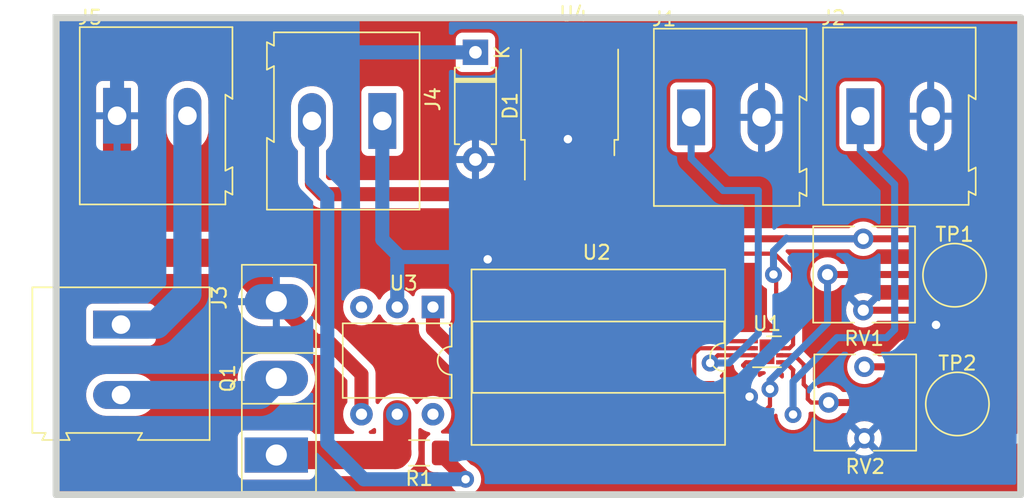
<source format=kicad_pcb>
(kicad_pcb (version 20221018) (generator pcbnew)
  (title_block (title "Logic Motor Driver") (date "2024-07-04") (rev "v0") (company "Drafted by Achmadi, S.T, M.T") (comment 1 "A simple test circuit to run motor using minimum logic"))
  (layers (0 "F.Cu" signal) (31 "B.Cu" signal) (34 "B.Paste" user) (35 "F.Paste" user) (36 "B.SilkS" user "B.Silkscreen") (37 "F.SilkS" user "F.Silkscreen") (38 "B.Mask" user) (39 "F.Mask" user) (44 "Edge.Cuts" user))
  (net 0 "")
  (net 1 "Net-(J1-Pin_1)")
  (net 2 "GND")
  (net 3 "Net-(J2-Pin_1)")
  (net 4 "MTRPWR")
  (net 5 "Net-(J3-Pin_2)")
  (net 6 "+15V")
  (net 7 "GNDPWR")
  (net 8 "Net-(Q1-G)")
  (net 9 "+5V")
  (net 10 "Net-(U1A--)")
  (net 11 "Net-(U1B--)")
  (net 12 "SEN1")
  (net 13 "SEN2")
  (net 14 "DRV1")
  (footprint "Package_DIP:DIP-14_W8.89mm_SMDSocket_LongPads" (layer "F.Cu") (at 106.8 73.665 -90)
    (fp_text reference "U2" (at -7.445 0.12) (layer "F.SilkS"))
    (fp_text value "4070")
    (fp_line (start -6.235 -9.01) (end -6.235 9.01) (stroke (width 0.12)) (layer "F.SilkS"))
    (fp_line (start -6.235 9.01) (end 6.235 9.01) (stroke (width 0.12)) (layer "F.SilkS"))
    (fp_line (start -2.535 -8.95) (end -2.535 8.95) (stroke (width 0.12)) (layer "F.SilkS"))
    (fp_line (start -2.535 8.95) (end 2.535 8.95) (stroke (width 0.12)) (layer "F.SilkS"))
    (fp_line (start -1 -8.95) (end -2.535 -8.95) (stroke (width 0.12)) (layer "F.SilkS"))
    (fp_line (start 2.535 -8.95) (end 1 -8.95) (stroke (width 0.12)) (layer "F.SilkS"))
    (fp_line (start 2.535 8.95) (end 2.535 -8.95) (stroke (width 0.12)) (layer "F.SilkS"))
    (fp_line (start 6.235 -9.01) (end -6.235 -9.01) (stroke (width 0.12)) (layer "F.SilkS"))
    (fp_line (start 6.235 9.01) (end 6.235 -9.01) (stroke (width 0.12)) (layer "F.SilkS"))
    (fp_arc (start 1 -8.95) (mid 0 -7.95) (end -1 -8.95) (stroke (width 0.12)) (layer "F.SilkS"))
    (pad "1" smd rect (at -4.445 -7.62 270) (size 3.1 1.6) (layers "F.Cu" "F.Paste" "F.Mask") (net 12 "SEN1"))
    (pad "2" smd rect (at -4.445 -5.08 270) (size 3.1 1.6) (layers "F.Cu" "F.Paste" "F.Mask") (net 13 "SEN2"))
    (pad "3" smd rect (at -4.445 -2.54 270) (size 3.1 1.6) (layers "F.Cu" "F.Paste" "F.Mask") (net 14 "DRV1"))
    (pad "4" smd rect (at -4.445 0 270) (size 3.1 1.6) (layers "F.Cu" "F.Paste" "F.Mask"))
    (pad "5" smd rect (at -4.445 2.54 270) (size 3.1 1.6) (layers "F.Cu" "F.Paste" "F.Mask"))
    (pad "6" smd rect (at -4.445 5.08 270) (size 3.1 1.6) (layers "F.Cu" "F.Paste" "F.Mask"))
    (pad "7" smd rect (at -4.445 7.62 270) (size 3.1 1.6) (layers "F.Cu" "F.Paste" "F.Mask") (net 2 "GND"))
    (pad "8" smd rect (at 4.445 7.62 270) (size 3.1 1.6) (layers "F.Cu" "F.Paste" "F.Mask"))
    (pad "9" smd rect (at 4.445 5.08 270) (size 3.1 1.6) (layers "F.Cu" "F.Paste" "F.Mask"))
    (pad "10" smd rect (at 4.445 2.54 270) (size 3.1 1.6) (layers "F.Cu" "F.Paste" "F.Mask"))
    (pad "11" smd rect (at 4.445 0 270) (size 3.1 1.6) (layers "F.Cu" "F.Paste" "F.Mask"))
    (pad "12" smd rect (at 4.445 -2.54 270) (size 3.1 1.6) (layers "F.Cu" "F.Paste" "F.Mask"))
    (pad "13" smd rect (at 4.445 -5.08 270) (size 3.1 1.6) (layers "F.Cu" "F.Paste" "F.Mask"))
    (pad "14" smd rect (at 4.445 -7.62 270) (size 3.1 1.6) (layers "F.Cu" "F.Paste" "F.Mask") (net 9 "+5V"))
  )
  (footprint "TerminalBlock:TerminalBlock_Altech_AK300-2_P5.00mm" (layer "F.Cu") (at 72.6 56.51)
    (fp_text reference "J5" (at -1.92 -6.99) (layer "F.SilkS"))
    (fp_text value "Conn_01x02_Socket")
    (fp_line (start -2.65 -6.3) (end -2.65 6.3) (stroke (width 0.12)) (layer "F.SilkS"))
    (fp_line (start -2.65 6.3) (end 7.7 6.3) (stroke (width 0.12)) (layer "F.SilkS"))
    (fp_line (start 7.7 -1.5) (end 8.2 -1.2) (stroke (width 0.12)) (layer "F.SilkS"))
    (fp_line (start 7.7 3.9) (end 7.7 -1.5) (stroke (width 0.12)) (layer "F.SilkS"))
    (fp_line (start 7.7 5.35) (end 8.2 5.6) (stroke (width 0.12)) (layer "F.SilkS"))
    (fp_line (start 7.7 6.3) (end 7.7 5.35) (stroke (width 0.12)) (layer "F.SilkS"))
    (fp_line (start 8.2 -6.3) (end -2.65 -6.3) (stroke (width 0.12)) (layer "F.SilkS"))
    (fp_line (start 8.2 -1.2) (end 8.2 -6.3) (stroke (width 0.12)) (layer "F.SilkS"))
    (fp_line (start 8.2 3.65) (end 7.7 3.9) (stroke (width 0.12)) (layer "F.SilkS"))
    (fp_line (start 8.2 3.7) (end 8.2 3.65) (stroke (width 0.12)) (layer "F.SilkS"))
    (fp_line (start 8.2 5.6) (end 8.2 3.7) (stroke (width 0.12)) (layer "F.SilkS"))
    (pad "1" thru_hole rect (at 0 0) (size 1.98 3.96) (drill 1.32) (layers "*.Cu" "*.Mask") (net 7 "GNDPWR"))
    (pad "2" thru_hole oval (at 5 0) (size 1.98 3.96) (drill 1.32) (layers "*.Cu" "*.Mask") (net 4 "MTRPWR"))
  )
  (footprint "TerminalBlock:TerminalBlock_Altech_AK300-2_P5.00mm" (layer "F.Cu") (at 125.42 56.54)
    (fp_text reference "J2" (at -1.92 -6.99) (layer "F.SilkS"))
    (fp_text value "Sensor Input")
    (fp_line (start -2.65 -6.3) (end -2.65 6.3) (stroke (width 0.12)) (layer "F.SilkS"))
    (fp_line (start -2.65 6.3) (end 7.7 6.3) (stroke (width 0.12)) (layer "F.SilkS"))
    (fp_line (start 7.7 -1.5) (end 8.2 -1.2) (stroke (width 0.12)) (layer "F.SilkS"))
    (fp_line (start 7.7 3.9) (end 7.7 -1.5) (stroke (width 0.12)) (layer "F.SilkS"))
    (fp_line (start 7.7 5.35) (end 8.2 5.6) (stroke (width 0.12)) (layer "F.SilkS"))
    (fp_line (start 7.7 6.3) (end 7.7 5.35) (stroke (width 0.12)) (layer "F.SilkS"))
    (fp_line (start 8.2 -6.3) (end -2.65 -6.3) (stroke (width 0.12)) (layer "F.SilkS"))
    (fp_line (start 8.2 -1.2) (end 8.2 -6.3) (stroke (width 0.12)) (layer "F.SilkS"))
    (fp_line (start 8.2 3.65) (end 7.7 3.9) (stroke (width 0.12)) (layer "F.SilkS"))
    (fp_line (start 8.2 3.7) (end 8.2 3.65) (stroke (width 0.12)) (layer "F.SilkS"))
    (fp_line (start 8.2 5.6) (end 8.2 3.7) (stroke (width 0.12)) (layer "F.SilkS"))
    (pad "1" thru_hole rect (at 0 0) (size 1.98 3.96) (drill 1.32) (layers "*.Cu" "*.Mask") (net 3 "Net-(J2-Pin_1)"))
    (pad "2" thru_hole oval (at 5 0) (size 1.98 3.96) (drill 1.32) (layers "*.Cu" "*.Mask") (net 2 "GND"))
  )
  (footprint "TerminalBlock:TerminalBlock_Altech_AK300-2_P5.00mm" (layer "F.Cu") (at 91.45 56.88 180)
    (fp_text reference "J4" (at -3.6 1.55 90) (layer "F.SilkS"))
    (fp_text value "Conn_01x02_Socket")
    (fp_line (start -2.65 -6.3) (end -2.65 6.3) (stroke (width 0.12)) (layer "F.SilkS"))
    (fp_line (start -2.65 6.3) (end 7.7 6.3) (stroke (width 0.12)) (layer "F.SilkS"))
    (fp_line (start 7.7 -1.5) (end 8.2 -1.2) (stroke (width 0.12)) (layer "F.SilkS"))
    (fp_line (start 7.7 3.9) (end 7.7 -1.5) (stroke (width 0.12)) (layer "F.SilkS"))
    (fp_line (start 7.7 5.35) (end 8.2 5.6) (stroke (width 0.12)) (layer "F.SilkS"))
    (fp_line (start 7.7 6.3) (end 7.7 5.35) (stroke (width 0.12)) (layer "F.SilkS"))
    (fp_line (start 8.2 -6.3) (end -2.65 -6.3) (stroke (width 0.12)) (layer "F.SilkS"))
    (fp_line (start 8.2 -1.2) (end 8.2 -6.3) (stroke (width 0.12)) (layer "F.SilkS"))
    (fp_line (start 8.2 3.65) (end 7.7 3.9) (stroke (width 0.12)) (layer "F.SilkS"))
    (fp_line (start 8.2 3.7) (end 8.2 3.65) (stroke (width 0.12)) (layer "F.SilkS"))
    (fp_line (start 8.2 5.6) (end 8.2 3.7) (stroke (width 0.12)) (layer "F.SilkS"))
    (pad "1" thru_hole rect (at 0 0 180) (size 1.98 3.96) (drill 1.32) (layers "*.Cu" "*.Mask") (net 2 "GND"))
    (pad "2" thru_hole oval (at 5 0 180) (size 1.98 3.96) (drill 1.32) (layers "*.Cu" "*.Mask") (net 6 "+15V"))
  )
  (footprint "TerminalBlock:TerminalBlock_Altech_AK300-2_P5.00mm" (layer "F.Cu") (at 113.4 56.62)
    (fp_text reference "J1" (at -1.92 -6.99) (layer "F.SilkS"))
    (fp_text value "Sensor Input")
    (fp_line (start -2.65 -6.3) (end -2.65 6.3) (stroke (width 0.12)) (layer "F.SilkS"))
    (fp_line (start -2.65 6.3) (end 7.7 6.3) (stroke (width 0.12)) (layer "F.SilkS"))
    (fp_line (start 7.7 -1.5) (end 8.2 -1.2) (stroke (width 0.12)) (layer "F.SilkS"))
    (fp_line (start 7.7 3.9) (end 7.7 -1.5) (stroke (width 0.12)) (layer "F.SilkS"))
    (fp_line (start 7.7 5.35) (end 8.2 5.6) (stroke (width 0.12)) (layer "F.SilkS"))
    (fp_line (start 7.7 6.3) (end 7.7 5.35) (stroke (width 0.12)) (layer "F.SilkS"))
    (fp_line (start 8.2 -6.3) (end -2.65 -6.3) (stroke (width 0.12)) (layer "F.SilkS"))
    (fp_line (start 8.2 -1.2) (end 8.2 -6.3) (stroke (width 0.12)) (layer "F.SilkS"))
    (fp_line (start 8.2 3.65) (end 7.7 3.9) (stroke (width 0.12)) (layer "F.SilkS"))
    (fp_line (start 8.2 3.7) (end 8.2 3.65) (stroke (width 0.12)) (layer "F.SilkS"))
    (fp_line (start 8.2 5.6) (end 8.2 3.7) (stroke (width 0.12)) (layer "F.SilkS"))
    (pad "1" thru_hole rect (at 0 0) (size 1.98 3.96) (drill 1.32) (layers "*.Cu" "*.Mask") (net 1 "Net-(J1-Pin_1)"))
    (pad "2" thru_hole oval (at 5 0) (size 1.98 3.96) (drill 1.32) (layers "*.Cu" "*.Mask") (net 2 "GND"))
  )
  (footprint "Diode_THT:D_A-405_P7.62mm_Horizontal" (layer "F.Cu") (at 98.07 52 -90)
    (fp_text reference "D1" (at 3.81 -2.47 90) (layer "F.SilkS"))
    (fp_text value "D_Schottky")
    (fp_text user "K" (at 0 -1.9 90) (layer "F.SilkS"))
    (fp_line (start 1.09 -1.47) (end 6.53 -1.47) (stroke (width 0.12)) (layer "F.SilkS"))
    (fp_line (start 1.09 -1.14) (end 1.09 -1.47) (stroke (width 0.12)) (layer "F.SilkS"))
    (fp_line (start 1.09 1.14) (end 1.09 1.47) (stroke (width 0.12)) (layer "F.SilkS"))
    (fp_line (start 1.09 1.47) (end 6.53 1.47) (stroke (width 0.12)) (layer "F.SilkS"))
    (fp_line (start 1.87 -1.47) (end 1.87 1.47) (stroke (width 0.12)) (layer "F.SilkS"))
    (fp_line (start 1.99 -1.47) (end 1.99 1.47) (stroke (width 0.12)) (layer "F.SilkS"))
    (fp_line (start 2.11 -1.47) (end 2.11 1.47) (stroke (width 0.12)) (layer "F.SilkS"))
    (fp_line (start 6.53 -1.47) (end 6.53 -1.14) (stroke (width 0.12)) (layer "F.SilkS"))
    (fp_line (start 6.53 1.47) (end 6.53 1.14) (stroke (width 0.12)) (layer "F.SilkS"))
    (pad "1" thru_hole rect (at 0 0 270) (size 1.8 1.8) (drill 0.9) (layers "*.Cu" "*.Mask") (net 7 "GNDPWR"))
    (pad "2" thru_hole oval (at 7.62 0 270) (size 1.8 1.8) (drill 0.9) (layers "*.Cu" "*.Mask") (net 2 "GND"))
  )
  (footprint "Package_TO_SOT_SMD:TO-252-2" (layer "F.Cu") (at 104.76 54.91 90)
    (fp_text reference "U4" (at 5.645 0.265 180) (layer "F.SilkS"))
    (fp_text value "L7805")
    (fp_line (start -3.31 -3.45) (end -3.31 -3.18) (stroke (width 0.12)) (layer "F.SilkS"))
    (fp_line (start -3.31 -3.18) (end -6.14 -3.18) (stroke (width 0.12)) (layer "F.SilkS"))
    (fp_line (start -3.31 3.18) (end -4.41 3.18) (stroke (width 0.12)) (layer "F.SilkS"))
    (fp_line (start -3.31 3.45) (end -3.31 3.18) (stroke (width 0.12)) (layer "F.SilkS"))
    (fp_line (start 3.11 -3.45) (end -3.31 -3.45) (stroke (width 0.12)) (layer "F.SilkS"))
    (fp_line (start 3.11 3.45) (end -3.31 3.45) (stroke (width 0.12)) (layer "F.SilkS"))
    (pad "1" smd roundrect (at -5.04 -2.28 90) (size 2.2 1.2) (layers "F.Cu" "F.Paste" "F.Mask") (roundrect_rratio 0.2083333333) (net 6 "+15V"))
    (pad "2" smd roundrect (at -0.415 -1.525 90) (size 3.05 2.75) (layers "F.Cu" "F.Paste") (roundrect_rratio 0.09090909091) (net 2 "GND"))
    (pad "2" smd roundrect (at -0.415 1.525 90) (size 3.05 2.75) (layers "F.Cu" "F.Paste") (roundrect_rratio 0.09090909091) (net 2 "GND"))
    (pad "2" smd roundrect (at 1.26 0 90) (size 6.4 5.8) (layers "F.Cu" "F.Mask") (roundrect_rratio 0.04310293103) (net 2 "GND"))
    (pad "2" smd roundrect (at 2.935 -1.525 90) (size 3.05 2.75) (layers "F.Cu" "F.Paste") (roundrect_rratio 0.09090909091) (net 2 "GND"))
    (pad "2" smd roundrect (at 2.935 1.525 90) (size 3.05 2.75) (layers "F.Cu" "F.Paste") (roundrect_rratio 0.09090909091) (net 2 "GND"))
    (pad "3" smd roundrect (at -5.04 2.28 90) (size 2.2 1.2) (layers "F.Cu" "F.Paste" "F.Mask") (roundrect_rratio 0.2083333333) (net 9 "+5V"))
  )
  (footprint "TerminalBlock:TerminalBlock_Altech_AK300-2_P5.00mm" (layer "F.Cu") (at 72.88 71.35 -90)
    (fp_text reference "J3" (at -1.92 -6.99 90) (layer "F.SilkS"))
    (fp_text value "Motor Output")
    (fp_line (start -2.65 -6.3) (end -2.65 6.3) (stroke (width 0.12)) (layer "F.SilkS"))
    (fp_line (start -2.65 6.3) (end 7.7 6.3) (stroke (width 0.12)) (layer "F.SilkS"))
    (fp_line (start 7.7 -1.5) (end 8.2 -1.2) (stroke (width 0.12)) (layer "F.SilkS"))
    (fp_line (start 7.7 3.9) (end 7.7 -1.5) (stroke (width 0.12)) (layer "F.SilkS"))
    (fp_line (start 7.7 5.35) (end 8.2 5.6) (stroke (width 0.12)) (layer "F.SilkS"))
    (fp_line (start 7.7 6.3) (end 7.7 5.35) (stroke (width 0.12)) (layer "F.SilkS"))
    (fp_line (start 8.2 -6.3) (end -2.65 -6.3) (stroke (width 0.12)) (layer "F.SilkS"))
    (fp_line (start 8.2 -1.2) (end 8.2 -6.3) (stroke (width 0.12)) (layer "F.SilkS"))
    (fp_line (start 8.2 3.65) (end 7.7 3.9) (stroke (width 0.12)) (layer "F.SilkS"))
    (fp_line (start 8.2 3.7) (end 8.2 3.65) (stroke (width 0.12)) (layer "F.SilkS"))
    (fp_line (start 8.2 5.6) (end 8.2 3.7) (stroke (width 0.12)) (layer "F.SilkS"))
    (pad "1" thru_hole rect (at 0 0 270) (size 1.98 3.96) (drill 1.32) (layers "*.Cu" "*.Mask") (net 4 "MTRPWR"))
    (pad "2" thru_hole oval (at 5 0 270) (size 1.98 3.96) (drill 1.32) (layers "*.Cu" "*.Mask") (net 5 "Net-(J3-Pin_2)"))
  )
  (footprint "TestPoint:TestPoint_Pad_D4.0mm" (layer "F.Cu") (at 132.32 76.99)
    (fp_text reference "TP2" (at 0 -2.898) (layer "F.SilkS"))
    (fp_text value "TestPoint")
    (fp_circle (center 0 0) (end 0 2.25) (stroke (width 0.12)) (fill none) (layer "F.SilkS"))
    (pad "1" smd circle (at 0 0) (size 4 4) (layers "F.Cu" "F.Mask") (net 11 "Net-(U1B--)"))
  )
  (footprint "Potentiometer_THT:Potentiometer_Vishay_T73YP_Vertical" (layer "F.Cu") (at 125.63 65.25 180)
    (fp_text reference "RV1" (at -0.06 -7.09) (layer "F.SilkS"))
    (fp_text value "R_Potentiometer_Trim_US")
    (fp_line (start -3.68 -5.96) (end -3.68 0.88) (stroke (width 0.12)) (layer "F.SilkS"))
    (fp_line (start -3.68 -5.96) (end -0.65 -5.96) (stroke (width 0.12)) (layer "F.SilkS"))
    (fp_line (start -3.68 0.88) (end -0.65 0.88) (stroke (width 0.12)) (layer "F.SilkS"))
    (fp_line (start 0.65 -5.96) (end 3.56 -5.96) (stroke (width 0.12)) (layer "F.SilkS"))
    (fp_line (start 0.65 0.88) (end 3.56 0.88) (stroke (width 0.12)) (layer "F.SilkS"))
    (fp_line (start 3.56 -5.96) (end 3.56 0.88) (stroke (width 0.12)) (layer "F.SilkS"))
    (pad "1" thru_hole circle (at 0 0 180) (size 1.44 1.44) (drill 0.8) (layers "*.Cu" "*.Mask") (net 9 "+5V"))
    (pad "2" thru_hole circle (at 2.54 -2.54 180) (size 1.44 1.44) (drill 0.8) (layers "*.Cu" "*.Mask") (net 10 "Net-(U1A--)"))
    (pad "3" thru_hole circle (at 0 -5.08 180) (size 1.44 1.44) (drill 0.8) (layers "*.Cu" "*.Mask") (net 2 "GND"))
  )
  (footprint "Package_DIP:DIP-6_W7.62mm" (layer "F.Cu") (at 95.05 70.1 -90)
    (fp_text reference "U3" (at -1.69 2.085) (layer "F.SilkS"))
    (fp_text value "4N35")
    (fp_line (start 1.16 -1.33) (end 1.16 6.41) (stroke (width 0.12)) (layer "F.SilkS"))
    (fp_line (start 1.16 6.41) (end 6.46 6.41) (stroke (width 0.12)) (layer "F.SilkS"))
    (fp_line (start 2.81 -1.33) (end 1.16 -1.33) (stroke (width 0.12)) (layer "F.SilkS"))
    (fp_line (start 6.46 -1.33) (end 4.81 -1.33) (stroke (width 0.12)) (layer "F.SilkS"))
    (fp_line (start 6.46 6.41) (end 6.46 -1.33) (stroke (width 0.12)) (layer "F.SilkS"))
    (fp_arc (start 4.81 -1.33) (mid 3.81 -0.33) (end 2.81 -1.33) (stroke (width 0.12)) (layer "F.SilkS"))
    (pad "1" thru_hole rect (at 0 0 270) (size 1.6 1.6) (drill 0.8) (layers "*.Cu" "*.Mask") (net 14 "DRV1"))
    (pad "2" thru_hole oval (at 0 2.54 270) (size 1.6 1.6) (drill 0.8) (layers "*.Cu" "*.Mask") (net 2 "GND"))
    (pad "3" thru_hole oval (at 0 5.08 270) (size 1.6 1.6) (drill 0.8) (layers "*.Cu" "*.Mask"))
    (pad "4" thru_hole oval (at 7.62 5.08 270) (size 1.6 1.6) (drill 0.8) (layers "*.Cu" "*.Mask") (net 7 "GNDPWR"))
    (pad "5" thru_hole oval (at 7.62 2.54 270) (size 1.6 1.6) (drill 0.8) (layers "*.Cu" "*.Mask") (net 8 "Net-(Q1-G)"))
    (pad "6" thru_hole oval (at 7.62 0 270) (size 1.6 1.6) (drill 0.8) (layers "*.Cu" "*.Mask"))
  )
  (footprint "TestPoint:TestPoint_Pad_D4.0mm" (layer "F.Cu") (at 132.12 67.84)
    (fp_text reference "TP1" (at 0 -2.898) (layer "F.SilkS"))
    (fp_text value "TestPoint")
    (fp_circle (center 0 0) (end 0 2.25) (stroke (width 0.12)) (fill none) (layer "F.SilkS"))
    (pad "1" smd circle (at 0 0) (size 4 4) (layers "F.Cu" "F.Mask") (net 10 "Net-(U1A--)"))
  )
  (footprint "Package_DFN_QFN:DFN-8-1EP_2x2mm_P0.5mm_EP1.05x1.75mm" (layer "F.Cu") (at 118.79 73.28)
    (fp_text reference "U1" (at 0 -2) (layer "F.SilkS"))
    (fp_text value "LM358_DFN")
    (fp_line (start -1 1.1) (end 1 1.1) (stroke (width 0.12)) (layer "F.SilkS"))
    (fp_line (start 0 -1.1) (end 1 -1.1) (stroke (width 0.12)) (layer "F.SilkS"))
    (pad "1" smd rect (at -0.9 -0.75) (size 0.5 0.3) (layers "F.Cu" "F.Paste" "F.Mask") (net 12 "SEN1"))
    (pad "2" smd rect (at -0.9 -0.25) (size 0.5 0.3) (layers "F.Cu" "F.Paste" "F.Mask") (net 10 "Net-(U1A--)"))
    (pad "3" smd rect (at -0.9 0.25) (size 0.5 0.3) (layers "F.Cu" "F.Paste" "F.Mask") (net 1 "Net-(J1-Pin_1)"))
    (pad "4" smd rect (at -0.9 0.75) (size 0.5 0.3) (layers "F.Cu" "F.Paste" "F.Mask") (net 2 "GND"))
    (pad "5" smd rect (at 0.9 0.75) (size 0.5 0.3) (layers "F.Cu" "F.Paste" "F.Mask") (net 3 "Net-(J2-Pin_1)"))
    (pad "6" smd rect (at 0.9 0.25) (size 0.5 0.3) (layers "F.Cu" "F.Paste" "F.Mask") (net 11 "Net-(U1B--)"))
    (pad "7" smd rect (at 0.9 -0.25) (size 0.5 0.3) (layers "F.Cu" "F.Paste" "F.Mask") (net 13 "SEN2"))
    (pad "8" smd rect (at 0.9 -0.75) (size 0.5 0.3) (layers "F.Cu" "F.Paste" "F.Mask") (net 9 "+5V"))
    (pad "9" smd rect (at 0 0) (size 1.05 1.75) (layers "F.Cu" "F.Mask") (net 2 "GND"))
  )
  (footprint "Potentiometer_THT:Potentiometer_Vishay_T73YP_Vertical" (layer "F.Cu") (at 125.71 74.35 180)
    (fp_text reference "RV2" (at -0.06 -7.09) (layer "F.SilkS"))
    (fp_text value "R_Potentiometer_Trim_US")
    (fp_line (start -3.68 -5.96) (end -3.68 0.88) (stroke (width 0.12)) (layer "F.SilkS"))
    (fp_line (start -3.68 -5.96) (end -0.65 -5.96) (stroke (width 0.12)) (layer "F.SilkS"))
    (fp_line (start -3.68 0.88) (end -0.65 0.88) (stroke (width 0.12)) (layer "F.SilkS"))
    (fp_line (start 0.65 -5.96) (end 3.56 -5.96) (stroke (width 0.12)) (layer "F.SilkS"))
    (fp_line (start 0.65 0.88) (end 3.56 0.88) (stroke (width 0.12)) (layer "F.SilkS"))
    (fp_line (start 3.56 -5.96) (end 3.56 0.88) (stroke (width 0.12)) (layer "F.SilkS"))
    (pad "1" thru_hole circle (at 0 0 180) (size 1.44 1.44) (drill 0.8) (layers "*.Cu" "*.Mask") (net 9 "+5V"))
    (pad "2" thru_hole circle (at 2.54 -2.54 180) (size 1.44 1.44) (drill 0.8) (layers "*.Cu" "*.Mask") (net 11 "Net-(U1B--)"))
    (pad "3" thru_hole circle (at 0 -5.08 180) (size 1.44 1.44) (drill 0.8) (layers "*.Cu" "*.Mask") (net 2 "GND"))
  )
  (footprint "Package_TO_SOT_THT:TO-247-3_Vertical" (layer "F.Cu") (at 83.92 80.62 90)
    (fp_text reference "Q1" (at 5.45 -3.45 90) (layer "F.SilkS"))
    (fp_text value "IRG4PF50W")
    (fp_line (start -2.62 -2.451) (end -2.62 2.82) (stroke (width 0.12)) (layer "F.SilkS"))
    (fp_line (start -2.62 -2.451) (end 13.52 -2.451) (stroke (width 0.12)) (layer "F.SilkS"))
    (fp_line (start -2.62 2.82) (end 13.52 2.82) (stroke (width 0.12)) (layer "F.SilkS"))
    (fp_line (start 3.646 -2.451) (end 3.646 2.82) (stroke (width 0.12)) (layer "F.SilkS"))
    (fp_line (start 7.255 -2.451) (end 7.255 2.82) (stroke (width 0.12)) (layer "F.SilkS"))
    (fp_line (start 13.52 -2.451) (end 13.52 2.82) (stroke (width 0.12)) (layer "F.SilkS"))
    (pad "1" thru_hole rect (at 0 0 90) (size 2.5 4.5) (drill 1.5) (layers "*.Cu" "*.Mask") (net 8 "Net-(Q1-G)"))
    (pad "2" thru_hole oval (at 5.45 0 90) (size 2.5 4.5) (drill 1.5) (layers "*.Cu" "*.Mask") (net 5 "Net-(J3-Pin_2)"))
    (pad "3" thru_hole oval (at 10.9 0 90) (size 2.5 4.5) (drill 1.5) (layers "*.Cu" "*.Mask") (net 7 "GNDPWR"))
  )
  (footprint "Resistor_SMD:R_1206_3216Metric_Pad1.30x1.75mm_HandSolder" (layer "F.Cu") (at 94.07 80.47 180)
    (fp_text reference "R1" (at 0 -1.82) (layer "F.SilkS"))
    (fp_text value "100K")
    (fp_line (start -0.727064 -0.91) (end 0.727064 -0.91) (stroke (width 0.12)) (layer "F.SilkS"))
    (fp_line (start -0.727064 0.91) (end 0.727064 0.91) (stroke (width 0.12)) (layer "F.SilkS"))
    (pad "1" smd roundrect (at -1.55 0 180) (size 1.3 1.75) (layers "F.Cu" "F.Paste" "F.Mask") (roundrect_rratio 0.1923076923) (net 6 "+15V"))
    (pad "2" smd roundrect (at 1.55 0 180) (size 1.3 1.75) (layers "F.Cu" "F.Paste" "F.Mask") (roundrect_rratio 0.1923076923) (net 8 "Net-(Q1-G)"))
  )
  (gr_rect (start 68.27 49.54) (end 136.82 83.44) (stroke (width 0.5)) (fill none) (layer "Edge.Cuts"))
  (segment (start 115.3 73.53) (end 114.75 74.08) (width 0.3) (layer "F.Cu") (net 1))
  (segment (start 117.89 73.53) (end 115.3 73.53) (width 0.3) (layer "F.Cu") (net 1))
  (via (at 114.75 74.08) (size 1.2) (drill 0.6) (layers "F.Cu" "B.Cu") (net 1))
  (segment (start 115.68 61.82) (end 113.4 59.54) (width 0.5) (layer "B.Cu") (net 1))
  (segment (start 118.17 72) (end 118.17 61.82) (width 0.5) (layer "B.Cu") (net 1))
  (segment (start 113.4 59.54) (end 113.4 56.62) (width 0.5) (layer "B.Cu") (net 1))
  (segment (start 118.17 61.82) (end 115.68 61.82) (width 0.5) (layer "B.Cu") (net 1))
  (segment (start 116.09 74.08) (end 118.17 72) (width 0.5) (layer "B.Cu") (net 1))
  (segment (start 114.75 74.08) (end 116.09 74.08) (width 0.5) (layer "B.Cu") (net 1))
  (segment (start 117.3 74.03) (end 117.09 74.24) (width 0.3) (layer "F.Cu") (net 2))
  (segment (start 99.18 69.22) (end 99.18 66.95) (width 0.5) (layer "F.Cu") (net 2))
  (segment (start 117.09 74.24) (end 117.48 74.63) (width 0.3) (layer "F.Cu") (net 2))
  (segment (start 117.48 74.63) (end 117.48 75.64) (width 0.3) (layer "F.Cu") (net 2))
  (segment (start 117.48 76.4) (end 117.55 76.47) (width 0.3) (layer "F.Cu") (net 2))
  (segment (start 104.76 53.65) (end 104.76 58.05) (width 1) (layer "F.Cu") (net 2))
  (segment (start 117.89 74.03) (end 117.3 74.03) (width 0.3) (layer "F.Cu") (net 2))
  (segment (start 117.48 75.64) (end 117.48 76.4) (width 0.3) (layer "F.Cu") (net 2))
  (segment (start 125.63 70.33) (end 129.76 70.33) (width 0.5) (layer "F.Cu") (net 2))
  (segment (start 129.76 70.33) (end 130.8 71.37) (width 0.5) (layer "F.Cu") (net 2))
  (segment (start 104.76 58.05) (end 104.64 58.17) (width 1) (layer "F.Cu") (net 2))
  (via (at 117.55 76.47) (size 1.2) (drill 0.6) (layers "F.Cu" "B.Cu") (net 2))
  (via (at 104.64 58.17) (size 1.2) (drill 0.6) (layers "F.Cu" "B.Cu") (net 2))
  (via (at 98.94 66.71) (size 1.2) (drill 0.6) (layers "F.Cu" "B.Cu") (net 2))
  (via (at 130.8 71.37) (size 1.2) (drill 0.6) (layers "F.Cu" "B.Cu") (net 2))
  (segment (start 91.45 56.88) (end 91.45 65.3) (width 1) (layer "B.Cu") (net 2))
  (segment (start 92.51 66.74) (end 92.51 70.1) (width 1) (layer "B.Cu") (net 2))
  (segment (start 91.45 65.3) (end 92.7 66.55) (width 1) (layer "B.Cu") (net 2))
  (segment (start 98.78 66.55) (end 98.94 66.71) (width 1) (layer "B.Cu") (net 2))
  (segment (start 92.7 66.55) (end 98.78 66.55) (width 1) (layer "B.Cu") (net 2))
  (segment (start 92.7 66.55) (end 92.51 66.74) (width 1) (layer "B.Cu") (net 2))
  (segment (start 120.66 74.58) (end 120.64 74.6) (width 0.3) (layer "F.Cu") (net 3))
  (segment (start 119.69 74.03) (end 120.11 74.03) (width 0.3) (layer "F.Cu") (net 3))
  (segment (start 120.64 74.6) (end 120.64 77.74) (width 0.3) (layer "F.Cu") (net 3))
  (segment (start 120.11 74.03) (end 120.66 74.58) (width 0.3) (layer "F.Cu") (net 3))
  (via (at 120.64 77.74) (size 1.2) (drill 0.6) (layers "F.Cu" "B.Cu") (net 3))
  (segment (start 127.28 72.28) (end 127.86 71.7) (width 0.5) (layer "B.Cu") (net 3))
  (segment (start 125.42 58.95) (end 125.42 56.54) (width 0.5) (layer "B.Cu") (net 3))
  (segment (start 120.64 75.4) (end 123.76 72.28) (width 0.5) (layer "B.Cu") (net 3))
  (segment (start 120.64 77.74) (end 120.64 75.4) (width 0.5) (layer "B.Cu") (net 3))
  (segment (start 123.76 72.28) (end 127.28 72.28) (width 0.5) (layer "B.Cu") (net 3))
  (segment (start 127.86 61.39) (end 125.42 58.95) (width 0.5) (layer "B.Cu") (net 3))
  (segment (start 127.86 71.7) (end 127.86 61.39) (width 0.5) (layer "B.Cu") (net 3))
  (segment (start 75.41 71.35) (end 72.88 71.35) (width 2) (layer "B.Cu") (net 4))
  (segment (start 77.6 69.16) (end 75.41 71.35) (width 2) (layer "B.Cu") (net 4))
  (segment (start 77.6 56.51) (end 77.6 69.16) (width 2) (layer "B.Cu") (net 4))
  (segment (start 82.74 76.35) (end 83.92 75.17) (width 2) (layer "B.Cu") (net 5))
  (segment (start 72.88 76.35) (end 82.74 76.35) (width 2) (layer "B.Cu") (net 5))
  (segment (start 87.19 62.08) (end 86.45 61.34) (width 1) (layer "F.Cu") (net 6))
  (segment (start 100.35 62.08) (end 87.19 62.08) (width 1) (layer "F.Cu") (net 6))
  (segment (start 95.62 80.59) (end 97.37 82.34) (width 1) (layer "F.Cu") (net 6))
  (segment (start 102.48 59.95) (end 100.35 62.08) (width 1) (layer "F.Cu") (net 6))
  (segment (start 86.45 61.34) (end 86.45 56.88) (width 1) (layer "F.Cu") (net 6))
  (segment (start 95.62 80.47) (end 95.62 80.59) (width 1) (layer "F.Cu") (net 6))
  (via (at 97.37 82.34) (size 1.2) (drill 0.6) (layers "F.Cu" "B.Cu") (net 6))
  (segment (start 87.54 62.18) (end 86.45 61.09) (width 1) (layer "B.Cu") (net 6))
  (segment (start 86.45 61.09) (end 86.45 56.88) (width 1) (layer "B.Cu") (net 6))
  (segment (start 90.14 82.34) (end 87.54 79.74) (width 1) (layer "B.Cu") (net 6))
  (segment (start 97.37 82.34) (end 90.14 82.34) (width 1) (layer "B.Cu") (net 6))
  (segment (start 87.54 79.74) (end 87.54 62.18) (width 1) (layer "B.Cu") (net 6))
  (segment (start 87.6 72.51) (end 89.97 74.88) (width 1) (layer "F.Cu") (net 7))
  (segment (start 83.92 69.72) (end 80.45 66.25) (width 2) (layer "F.Cu") (net 7))
  (segment (start 86.71 72.51) (end 87.6 72.51) (width 1) (layer "F.Cu") (net 7))
  (segment (start 80.45 66.25) (end 72.8 66.25) (width 2) (layer "F.Cu") (net 7))
  (segment (start 72.6 66.05) (end 72.6 56.51) (width 2) (layer "F.Cu") (net 7))
  (segment (start 72.8 66.25) (end 72.6 66.05) (width 2) (layer "F.Cu") (net 7))
  (segment (start 89.97 74.88) (end 89.97 77.72) (width 1) (layer "F.Cu") (net 7))
  (segment (start 83.92 69.72) (end 86.71 72.51) (width 1) (layer "F.Cu") (net 7))
  (segment (start 98.07 52) (end 74.33 52) (width 1) (layer "B.Cu") (net 7))
  (segment (start 72.6 53.73) (end 72.6 56.51) (width 1) (layer "B.Cu") (net 7))
  (segment (start 74.33 52) (end 72.6 53.73) (width 1) (layer "B.Cu") (net 7))
  (segment (start 92.51 77.72) (end 92.51 80.46) (width 2) (layer "F.Cu") (net 8))
  (segment (start 83.92 80.62) (end 92.37 80.62) (width 2) (layer "F.Cu") (net 8))
  (segment (start 92.51 80.46) (end 92.52 80.47) (width 2) (layer "F.Cu") (net 8))
  (segment (start 92.37 80.62) (end 92.52 80.47) (width 2) (layer "F.Cu") (net 8))
  (segment (start 119.44 70.68) (end 119.44 68.84) (width 0.3) (layer "F.Cu") (net 9))
  (segment (start 125.63 65.25) (end 109.91 65.25) (width 0.5) (layer "F.Cu") (net 9))
  (segment (start 128.98 65.25) (end 130.26 63.97) (width 0.5) (layer "F.Cu") (net 9))
  (segment (start 132.58 73.16) (end 128.67 73.16) (width 0.5) (layer "F.Cu") (net 9))
  (segment (start 120.14 71.38) (end 119.44 70.68) (width 0.3) (layer "F.Cu") (net 9))
  (segment (start 114.42 79.94) (end 115.72 81.24) (width 0.5) (layer "F.Cu") (net 9))
  (segment (start 109.91 65.25) (end 107.04 62.38) (width 0.5) (layer "F.Cu") (net 9))
  (segment (start 119.44 68.84) (end 119.44 67.98) (width 0.3) (layer "F.Cu") (net 9))
  (segment (start 125.63 65.25) (end 128.98 65.25) (width 0.5) (layer "F.Cu") (net 9))
  (segment (start 134.06 81.24) (end 136.37 78.93) (width 0.5) (layer "F.Cu") (net 9))
  (segment (start 120.14 72.48) (end 120.14 71.38) (width 0.3) (layer "F.Cu") (net 9))
  (segment (start 135.92 69.82) (end 132.58 73.16) (width 0.5) (layer "F.Cu") (net 9))
  (segment (start 128.67 73.16) (end 127.48 74.35) (width 0.5) (layer "F.Cu") (net 9))
  (segment (start 115.72 81.24) (end 134.06 81.24) (width 0.5) (layer "F.Cu") (net 9))
  (segment (start 136.37 70.27) (end 135.92 69.82) (width 0.5) (layer "F.Cu") (net 9))
  (segment (start 119.44 67.98) (end 119.25 67.79) (width 0.3) (layer "F.Cu") (net 9))
  (segment (start 107.04 62.38) (end 107.04 59.95) (width 0.5) (layer "F.Cu") (net 9))
  (segment (start 136.37 78.93) (end 136.37 70.27) (width 0.5) (layer "F.Cu") (net 9))
  (segment (start 120.09 72.53) (end 120.14 72.48) (width 0.3) (layer "F.Cu") (net 9))
  (segment (start 134.78 65.34) (end 135.92 66.48) (width 0.5) (layer "F.Cu") (net 9))
  (segment (start 130.26 63.97) (end 134.78 63.97) (width 0.5) (layer "F.Cu") (net 9))
  (segment (start 135.92 66.48) (end 135.92 69.82) (width 0.5) (layer "F.Cu") (net 9))
  (segment (start 119.69 72.53) (end 120.09 72.53) (width 0.3) (layer "F.Cu") (net 9))
  (segment (start 134.78 63.97) (end 134.78 65.34) (width 0.5) (layer "F.Cu") (net 9))
  (segment (start 114.42 78.11) (end 114.42 79.94) (width 0.5) (layer "F.Cu") (net 9))
  (segment (start 127.48 74.35) (end 125.71 74.35) (width 0.5) (layer "F.Cu") (net 9))
  (via (at 119.25 67.79) (size 1.2) (drill 0.6) (layers "F.Cu" "B.Cu") (net 9))
  (segment (start 119.25 66.13) (end 120.17 65.21) (width 0.5) (layer "B.Cu") (net 9))
  (segment (start 120.21 65.25) (end 125.63 65.25) (width 0.5) (layer "B.Cu") (net 9))
  (segment (start 119.25 67.79) (end 119.25 66.13) (width 0.5) (layer "B.Cu") (net 9))
  (segment (start 120.17 65.21) (end 120.21 65.25) (width 0.5) (layer "B.Cu") (net 9))
  (segment (start 119 77.12) (end 118.46 77.66) (width 0.3) (layer "F.Cu") (net 10))
  (segment (start 118.46 77.66) (end 117.12 77.66) (width 0.3) (layer "F.Cu") (net 10))
  (segment (start 119 75.93) (end 119 77.12) (width 0.3) (layer "F.Cu") (net 10))
  (segment (start 113.62 75.51) (end 113.62 73.41) (width 0.3) (layer "F.Cu") (net 10))
  (segment (start 114.97 75.51) (end 113.62 75.51) (width 0.3) (layer "F.Cu") (net 10))
  (segment (start 132.07 67.79) (end 132.12 67.84) (width 0.5) (layer "F.Cu") (net 10))
  (segment (start 123.09 67.79) (end 132.07 67.79) (width 0.5) (layer "F.Cu") (net 10))
  (segment (start 113.62 73.41) (end 114 73.03) (width 0.3) (layer "F.Cu") (net 10))
  (segment (start 114 73.03) (end 117.89 73.03) (width 0.3) (layer "F.Cu") (net 10))
  (segment (start 117.12 77.66) (end 114.97 75.51) (width 0.3) (layer "F.Cu") (net 10))
  (via (at 119 75.93) (size 1.2) (drill 0.6) (layers "F.Cu" "B.Cu") (net 10))
  (segment (start 123.09 71.23) (end 123.09 67.79) (width 0.5) (layer "B.Cu") (net 10))
  (segment (start 119 75.93) (end 119 75.32) (width 0.5) (layer "B.Cu") (net 10))
  (segment (start 119 75.32) (end 123.09 71.23) (width 0.5) (layer "B.Cu") (net 10))
  (segment (start 121.69 76.64) (end 121.94 76.89) (width 0.3) (layer "F.Cu") (net 11))
  (segment (start 121.69 75.89) (end 121.69 76.64) (width 0.3) (layer "F.Cu") (net 11))
  (segment (start 120.74 73.53) (end 121.4 74.19) (width 0.3) (layer "F.Cu") (net 11))
  (segment (start 121.94 76.89) (end 123.17 76.89) (width 0.3) (layer "F.Cu") (net 11))
  (segment (start 121.4 75.6) (end 121.69 75.89) (width 0.3) (layer "F.Cu") (net 11))
  (segment (start 123.17 76.89) (end 132.22 76.89) (width 0.5) (layer "F.Cu") (net 11))
  (segment (start 119.69 73.53) (end 120.74 73.53) (width 0.3) (layer "F.Cu") (net 11))
  (segment (start 121.4 74.19) (end 121.4 75.6) (width 0.3) (layer "F.Cu") (net 11))
  (segment (start 132.22 76.89) (end 132.32 76.99) (width 0.5) (layer "F.Cu") (net 11))
  (segment (start 115.88 72.53) (end 117.89 72.53) (width 0.3) (layer "F.Cu") (net 12))
  (segment (start 114.42 71.07) (end 115.88 72.53) (width 0.3) (layer "F.Cu") (net 12))
  (segment (start 114.42 69.22) (end 114.42 71.07) (width 0.3) (layer "F.Cu") (net 12))
  (segment (start 111.88 67.31) (end 111.88 69.22) (width 0.3) (layer "F.Cu") (net 13))
  (segment (start 119.32 66.31) (end 112.88 66.31) (width 0.3) (layer "F.Cu") (net 13))
  (segment (start 120.64 67.63) (end 119.32 66.31) (width 0.3) (layer "F.Cu") (net 13))
  (segment (start 112.88 66.31) (end 111.88 67.31) (width 0.3) (layer "F.Cu") (net 13))
  (segment (start 119.69 73.03) (end 120.38 73.03) (width 0.3) (layer "F.Cu") (net 13))
  (segment (start 120.64 72.77) (end 120.64 67.63) (width 0.3) (layer "F.Cu") (net 13))
  (segment (start 120.38 73.03) (end 120.64 72.77) (width 0.3) (layer "F.Cu") (net 13))
  (segment (start 97.1 73.73) (end 95.05 71.68) (width 1) (layer "F.Cu") (net 14))
  (segment (start 109.34 69.22) (end 109.34 71.65) (width 1) (layer "F.Cu") (net 14))
  (segment (start 109.34 71.65) (end 107.26 73.73) (width 1) (layer "F.Cu") (net 14))
  (segment (start 107.26 73.73) (end 97.1 73.73) (width 1) (layer "F.Cu") (net 14))
  (segment (start 95.05 71.68) (end 95.05 70.1) (width 1) (layer "F.Cu") (net 14))
  (zone (net 0) (net_name "") (layer "F.Cu") (priority 2) (connect_pads (clearance 0.5)) (min_thickness 0.25) (fill yes (thermal_gap 0.5) (thermal_bridge_width 0.5) (island_removal_mode 1) (island_area_min 10))
    (polygon (pts (xy 68.36 49.56) (xy 136.78 49.53) (xy 136.83 83.54) (xy 68.36 83.45)))
  )
  (zone (net 7) (net_name "GNDPWR") (layer "B.Cu") (priority 1) (connect_pads (clearance 0.5)) (min_thickness 0.25) (fill yes (thermal_gap 0.5) (thermal_bridge_width 0.5))
    (polygon (pts (xy 68.07 49.56) (xy 89.84 49.34) (xy 89.91 83.34) (xy 68.43 83.19)))
  )
  (zone (net 2) (net_name "GND") (layer "B.Cu") (connect_pads (clearance 0.75)) (min_thickness 0.25) (fill yes (thermal_gap 0.5) (thermal_bridge_width 0.5))
    (polygon (pts (xy 96.18 49.83) (xy 136.75 49.99) (xy 136.5 82.73) (xy 96.19 82.68)))
  )
)
</source>
